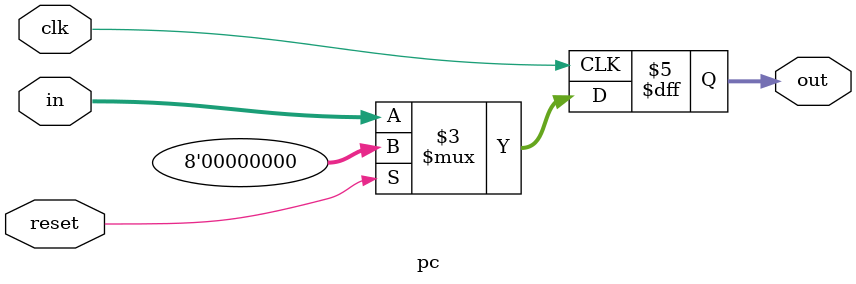
<source format=v>
`timescale 1ns / 1ps

module pc(
	output reg [7:0] out,

	input [7:0] in,
	input reset, clk
);

	always @(posedge clk) begin
		out = in;
		if(reset) out = 8'b0;		
	end
endmodule

</source>
